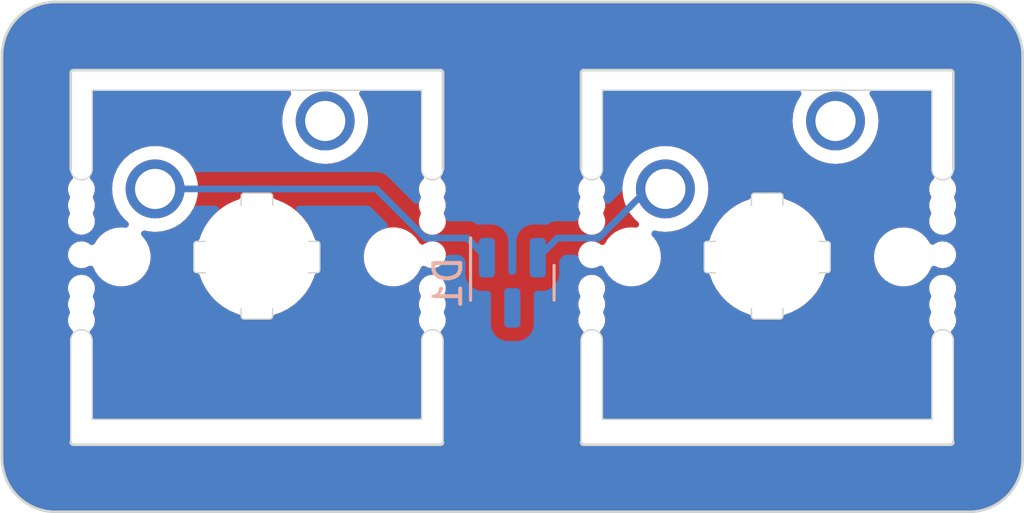
<source format=kicad_pcb>
(kicad_pcb (version 20221018) (generator pcbnew)
  (layers (0 "F.Cu" signal) (31 "B.Cu" signal) (34 "B.Paste" user) (35 "F.Paste" user) (36 "B.SilkS" user "B.Silkscreen") (37 "F.SilkS" user "F.Silkscreen") (38 "B.Mask" user) (39 "F.Mask" user) (44 "Edge.Cuts" user))
  (net 0 "")
  (net 1 "Net-(D1-A-Pad1)")
  (net 2 "Net-(D1-A-Pad2)")
  (footprint "custom-parts:MX_1U_test" (layer "F.Cu") (at 77.47 30.48)
    (fp_text reference "SW2" hide)
    (fp_text value "SW_Push")
    (fp_line (start -9.5 1.8) (end -9.5 -1.8) (stroke (width 0.1)) (layer "Edge.Cuts"))
    (fp_line (start -9.5 12) (end -9.5 8.2) (stroke (width 0.05)) (layer "Edge.Cuts"))
    (fp_line (start -9.4 -1.9) (end 4.3 -1.9) (stroke (width 0.1)) (layer "Edge.Cuts"))
    (fp_line (start -8.7 -1.15) (end 3.6 -1.15) (stroke (width 0.05)) (layer "Edge.Cuts"))
    (fp_line (start -8.7 1.8) (end -8.7 -1.15) (stroke (width 0.05)) (layer "Edge.Cuts"))
    (fp_line (start -8.7 11.15) (end -8.7 8.2) (stroke (width 0.05)) (layer "Edge.Cuts"))
    (fp_line (start -4.9 4.6) (end -4.9 5.57) (stroke (width 0.05)) (layer "Edge.Cuts"))
    (fp_line (start -4.8 5.67) (end -3.15 5.7) (stroke (width 0.05)) (layer "Edge.Cuts"))
    (fp_line (start -3.15 4.5) (end -4.8 4.5) (stroke (width 0.05)) (layer "Edge.Cuts"))
    (fp_line (start -3.135 2.8) (end -3.15 4.5) (stroke (width 0.05)) (layer "Edge.Cuts"))
    (fp_line (start -3.135 7.3) (end -3.15 5.7) (stroke (width 0.05)) (layer "Edge.Cuts"))
    (fp_line (start -3.035 2.7) (end -2.065 2.7) (stroke (width 0.05)) (layer "Edge.Cuts"))
    (fp_line (start -2.065 7.4) (end -3.035 7.4) (stroke (width 0.05)) (layer "Edge.Cuts"))
    (fp_line (start -1.965 2.8) (end -1.95 4.5) (stroke (width 0.05)) (layer "Edge.Cuts"))
    (fp_line (start -1.965 7.3) (end -1.95 5.7) (stroke (width 0.05)) (layer "Edge.Cuts"))
    (fp_line (start -0.3 4.5) (end -1.95 4.5) (stroke (width 0.05)) (layer "Edge.Cuts"))
    (fp_line (start -0.3 5.67) (end -1.95 5.7) (stroke (width 0.05)) (layer "Edge.Cuts"))
    (fp_line (start -0.2 5.57) (end -0.2 4.6) (stroke (width 0.05)) (layer "Edge.Cuts"))
    (fp_line (start 3.6 1.8) (end 3.6 -1.15) (stroke (width 0.05)) (layer "Edge.Cuts"))
    (fp_line (start 3.6 11.15) (end -8.7 11.15) (stroke (width 0.05)) (layer "Edge.Cuts"))
    (fp_line (start 3.6 11.15) (end 3.6 8.2) (stroke (width 0.05)) (layer "Edge.Cuts"))
    (fp_line (start 4.3 12.1) (end -9.4 12.1) (stroke (width 0.1)) (layer "Edge.Cuts"))
    (fp_line (start 4.4 -1.8) (end 4.4 1.8) (stroke (width 0.1)) (layer "Edge.Cuts"))
    (fp_line (start 4.4 8.2) (end 4.4 12) (stroke (width 0.05)) (layer "Edge.Cuts"))
    (fp_arc (start -9.5 -1.8) (mid -9.470711 -1.870711) (end -9.4 -1.9) (stroke (width 0.1)) (layer "Edge.Cuts"))
    (fp_arc (start -9.5 8.2) (mid -9.1 7.8) (end -8.7 8.2) (stroke (width 0.05)) (layer "Edge.Cuts"))
    (fp_arc (start -9.4 12.1) (mid -9.470711 12.070711) (end -9.5 12) (stroke (width 0.1)) (layer "Edge.Cuts"))
    (fp_arc (start -8.7 1.8) (mid -9.1 2.2) (end -9.5 1.8) (stroke (width 0.05)) (layer "Edge.Cuts"))
    (fp_arc (start -4.9 4.6) (mid -4.870711 4.529289) (end -4.8 4.5) (stroke (width 0.05)) (layer "Edge.Cuts"))
    (fp_arc (start -4.8 5.67) (mid -4.870711 5.640711) (end -4.9 5.57) (stroke (width 0.05)) (layer "Edge.Cuts"))
    (fp_arc (start -3.135 2.8) (mid -3.105711 2.729289) (end -3.035 2.7) (stroke (width 0.05)) (layer "Edge.Cuts"))
    (fp_arc (start -3.035 7.4) (mid -3.105711 7.370711) (end -3.135 7.3) (stroke (width 0.05)) (layer "Edge.Cuts"))
    (fp_arc (start -2.065 2.7) (mid -1.994289 2.729289) (end -1.965 2.8) (stroke (width 0.05)) (layer "Edge.Cuts"))
    (fp_arc (start -1.965 7.3) (mid -1.994289 7.370711) (end -2.065 7.4) (stroke (width 0.05)) (layer "Edge.Cuts"))
    (fp_arc (start -0.3 4.5) (mid -0.229289 4.529289) (end -0.2 4.6) (stroke (width 0.05)) (layer "Edge.Cuts"))
    (fp_arc (start -0.2 5.57) (mid -0.229289 5.640711) (end -0.3 5.67) (stroke (width 0.05)) (layer "Edge.Cuts"))
    (fp_arc (start 3.6 8.2) (mid 4 7.8) (end 4.4 8.2) (stroke (width 0.05)) (layer "Edge.Cuts"))
    (fp_arc (start 4.3 -1.9) (mid 4.370711 -1.870711) (end 4.4 -1.8) (stroke (width 0.1)) (layer "Edge.Cuts"))
    (fp_arc (start 4.4 1.8) (mid 4 2.2) (end 3.6 1.8) (stroke (width 0.05)) (layer "Edge.Cuts"))
    (fp_arc (start 4.4 12) (mid 4.370711 12.070711) (end 4.3 12.1) (stroke (width 0.1)) (layer "Edge.Cuts"))
    (pad "" np_thru_hole circle (at -9.1 2.55) (size 0.5 0.5) (drill 0.5) (layers "F&B.Cu" "*.Mask"))
    (pad "" np_thru_hole circle (at -9.1 3.15) (size 0.5 0.5) (drill 0.5) (layers "F&B.Cu" "*.Mask"))
    (pad "" np_thru_hole circle (at -9.1 3.75) (size 0.5 0.5) (drill 0.5) (layers "F&B.Cu" "*.Mask"))
    (pad "" np_thru_hole circle (at -9.1 5) (size 0.5 0.5) (drill 0.5) (layers "F&B.Cu" "*.Mask"))
    (pad "" np_thru_hole circle (at -9.1 6.25) (size 0.5 0.5) (drill 0.5) (layers "F&B.Cu" "*.Mask"))
    (pad "" np_thru_hole circle (at -9.1 6.85) (size 0.5 0.5) (drill 0.5) (layers "F&B.Cu" "*.Mask"))
    (pad "" np_thru_hole circle (at -9.1 7.45) (size 0.5 0.5) (drill 0.5) (layers "F&B.Cu" "*.Mask"))
    (pad "" np_thru_hole circle (at -7.62 5.08) (size 1.7 1.7) (drill 1.7) (layers "*.Cu" "*.Mask"))
    (pad "" np_thru_hole circle (at -2.54 5.08) (size 4 4) (drill 4) (layers "*.Cu" "*.Mask"))
    (pad "" np_thru_hole circle (at 2.54 5.08) (size 1.7 1.7) (drill 1.7) (layers "*.Cu" "*.Mask"))
    (pad "" np_thru_hole circle (at 4 2.55) (size 0.5 0.5) (drill 0.5) (layers "F&B.Cu" "*.Mask"))
    (pad "" np_thru_hole circle (at 4 3.15) (size 0.5 0.5) (drill 0.5) (layers "F&B.Cu" "*.Mask"))
    (pad "" np_thru_hole circle (at 4 3.75) (size 0.5 0.5) (drill 0.5) (layers "F&B.Cu" "*.Mask"))
    (pad "" np_thru_hole circle (at 4 5) (size 0.5 0.5) (drill 0.5) (layers "F&B.Cu" "*.Mask"))
    (pad "" np_thru_hole circle (at 4 6.25) (size 0.5 0.5) (drill 0.5) (layers "F&B.Cu" "*.Mask"))
    (pad "" np_thru_hole circle (at 4 6.85) (size 0.5 0.5) (drill 0.5) (layers "F&B.Cu" "*.Mask"))
    (pad "" np_thru_hole circle (at 4 7.45) (size 0.5 0.5) (drill 0.5) (layers "F&B.Cu" "*.Mask"))
    (pad "1" thru_hole circle (at 0 0) (size 2.2 2.2) (drill 1.5) (layers "*.Cu" "*.Mask"))
    (pad "2" thru_hole circle (at -6.35 2.54) (size 2.2 2.2) (drill 1.5) (layers "*.Cu" "*.Mask") (net 2 "Net-(D1-A-Pad2)"))
  )
  (footprint "custom-parts:MX_1U_test" (layer "F.Cu") (at 58.42 30.48)
    (fp_text reference "SW1" hide)
    (fp_text value "SW_Push")
    (fp_line (start -9.5 1.8) (end -9.5 -1.8) (stroke (width 0.1)) (layer "Edge.Cuts"))
    (fp_line (start -9.5 12) (end -9.5 8.2) (stroke (width 0.05)) (layer "Edge.Cuts"))
    (fp_line (start -9.4 -1.9) (end 4.3 -1.9) (stroke (width 0.1)) (layer "Edge.Cuts"))
    (fp_line (start -8.7 -1.15) (end 3.6 -1.15) (stroke (width 0.05)) (layer "Edge.Cuts"))
    (fp_line (start -8.7 1.8) (end -8.7 -1.15) (stroke (width 0.05)) (layer "Edge.Cuts"))
    (fp_line (start -8.7 11.15) (end -8.7 8.2) (stroke (width 0.05)) (layer "Edge.Cuts"))
    (fp_line (start -4.9 4.6) (end -4.9 5.57) (stroke (width 0.05)) (layer "Edge.Cuts"))
    (fp_line (start -4.8 5.67) (end -3.15 5.7) (stroke (width 0.05)) (layer "Edge.Cuts"))
    (fp_line (start -3.15 4.5) (end -4.8 4.5) (stroke (width 0.05)) (layer "Edge.Cuts"))
    (fp_line (start -3.135 2.8) (end -3.15 4.5) (stroke (width 0.05)) (layer "Edge.Cuts"))
    (fp_line (start -3.135 7.3) (end -3.15 5.7) (stroke (width 0.05)) (layer "Edge.Cuts"))
    (fp_line (start -3.035 2.7) (end -2.065 2.7) (stroke (width 0.05)) (layer "Edge.Cuts"))
    (fp_line (start -2.065 7.4) (end -3.035 7.4) (stroke (width 0.05)) (layer "Edge.Cuts"))
    (fp_line (start -1.965 2.8) (end -1.95 4.5) (stroke (width 0.05)) (layer "Edge.Cuts"))
    (fp_line (start -1.965 7.3) (end -1.95 5.7) (stroke (width 0.05)) (layer "Edge.Cuts"))
    (fp_line (start -0.3 4.5) (end -1.95 4.5) (stroke (width 0.05)) (layer "Edge.Cuts"))
    (fp_line (start -0.3 5.67) (end -1.95 5.7) (stroke (width 0.05)) (layer "Edge.Cuts"))
    (fp_line (start -0.2 5.57) (end -0.2 4.6) (stroke (width 0.05)) (layer "Edge.Cuts"))
    (fp_line (start 3.6 1.8) (end 3.6 -1.15) (stroke (width 0.05)) (layer "Edge.Cuts"))
    (fp_line (start 3.6 11.15) (end -8.7 11.15) (stroke (width 0.05)) (layer "Edge.Cuts"))
    (fp_line (start 3.6 11.15) (end 3.6 8.2) (stroke (width 0.05)) (layer "Edge.Cuts"))
    (fp_line (start 4.3 12.1) (end -9.4 12.1) (stroke (width 0.1)) (layer "Edge.Cuts"))
    (fp_line (start 4.4 -1.8) (end 4.4 1.8) (stroke (width 0.1)) (layer "Edge.Cuts"))
    (fp_line (start 4.4 8.2) (end 4.4 12) (stroke (width 0.05)) (layer "Edge.Cuts"))
    (fp_arc (start -9.5 -1.8) (mid -9.470711 -1.870711) (end -9.4 -1.9) (stroke (width 0.1)) (layer "Edge.Cuts"))
    (fp_arc (start -9.5 8.2) (mid -9.1 7.8) (end -8.7 8.2) (stroke (width 0.05)) (layer "Edge.Cuts"))
    (fp_arc (start -9.4 12.1) (mid -9.470711 12.070711) (end -9.5 12) (stroke (width 0.1)) (layer "Edge.Cuts"))
    (fp_arc (start -8.7 1.8) (mid -9.1 2.2) (end -9.5 1.8) (stroke (width 0.05)) (layer "Edge.Cuts"))
    (fp_arc (start -4.9 4.6) (mid -4.870711 4.529289) (end -4.8 4.5) (stroke (width 0.05)) (layer "Edge.Cuts"))
    (fp_arc (start -4.8 5.67) (mid -4.870711 5.640711) (end -4.9 5.57) (stroke (width 0.05)) (layer "Edge.Cuts"))
    (fp_arc (start -3.135 2.8) (mid -3.105711 2.729289) (end -3.035 2.7) (stroke (width 0.05)) (layer "Edge.Cuts"))
    (fp_arc (start -3.035 7.4) (mid -3.105711 7.370711) (end -3.135 7.3) (stroke (width 0.05)) (layer "Edge.Cuts"))
    (fp_arc (start -2.065 2.7) (mid -1.994289 2.729289) (end -1.965 2.8) (stroke (width 0.05)) (layer "Edge.Cuts"))
    (fp_arc (start -1.965 7.3) (mid -1.994289 7.370711) (end -2.065 7.4) (stroke (width 0.05)) (layer "Edge.Cuts"))
    (fp_arc (start -0.3 4.5) (mid -0.229289 4.529289) (end -0.2 4.6) (stroke (width 0.05)) (layer "Edge.Cuts"))
    (fp_arc (start -0.2 5.57) (mid -0.229289 5.640711) (end -0.3 5.67) (stroke (width 0.05)) (layer "Edge.Cuts"))
    (fp_arc (start 3.6 8.2) (mid 4 7.8) (end 4.4 8.2) (stroke (width 0.05)) (layer "Edge.Cuts"))
    (fp_arc (start 4.3 -1.9) (mid 4.370711 -1.870711) (end 4.4 -1.8) (stroke (width 0.1)) (layer "Edge.Cuts"))
    (fp_arc (start 4.4 1.8) (mid 4 2.2) (end 3.6 1.8) (stroke (width 0.05)) (layer "Edge.Cuts"))
    (fp_arc (start 4.4 12) (mid 4.370711 12.070711) (end 4.3 12.1) (stroke (width 0.1)) (layer "Edge.Cuts"))
    (pad "" np_thru_hole circle (at -9.1 2.55) (size 0.5 0.5) (drill 0.5) (layers "F&B.Cu" "*.Mask"))
    (pad "" np_thru_hole circle (at -9.1 3.15) (size 0.5 0.5) (drill 0.5) (layers "F&B.Cu" "*.Mask"))
    (pad "" np_thru_hole circle (at -9.1 3.75) (size 0.5 0.5) (drill 0.5) (layers "F&B.Cu" "*.Mask"))
    (pad "" np_thru_hole circle (at -9.1 5) (size 0.5 0.5) (drill 0.5) (layers "F&B.Cu" "*.Mask"))
    (pad "" np_thru_hole circle (at -9.1 6.25) (size 0.5 0.5) (drill 0.5) (layers "F&B.Cu" "*.Mask"))
    (pad "" np_thru_hole circle (at -9.1 6.85) (size 0.5 0.5) (drill 0.5) (layers "F&B.Cu" "*.Mask"))
    (pad "" np_thru_hole circle (at -9.1 7.45) (size 0.5 0.5) (drill 0.5) (layers "F&B.Cu" "*.Mask"))
    (pad "" np_thru_hole circle (at -7.62 5.08) (size 1.7 1.7) (drill 1.7) (layers "*.Cu" "*.Mask"))
    (pad "" np_thru_hole circle (at -2.54 5.08) (size 4 4) (drill 4) (layers "*.Cu" "*.Mask"))
    (pad "" np_thru_hole circle (at 2.54 5.08) (size 1.7 1.7) (drill 1.7) (layers "*.Cu" "*.Mask"))
    (pad "" np_thru_hole circle (at 4 2.55) (size 0.5 0.5) (drill 0.5) (layers "F&B.Cu" "*.Mask"))
    (pad "" np_thru_hole circle (at 4 3.15) (size 0.5 0.5) (drill 0.5) (layers "F&B.Cu" "*.Mask"))
    (pad "" np_thru_hole circle (at 4 3.75) (size 0.5 0.5) (drill 0.5) (layers "F&B.Cu" "*.Mask"))
    (pad "" np_thru_hole circle (at 4 5) (size 0.5 0.5) (drill 0.5) (layers "F&B.Cu" "*.Mask"))
    (pad "" np_thru_hole circle (at 4 6.25) (size 0.5 0.5) (drill 0.5) (layers "F&B.Cu" "*.Mask"))
    (pad "" np_thru_hole circle (at 4 6.85) (size 0.5 0.5) (drill 0.5) (layers "F&B.Cu" "*.Mask"))
    (pad "" np_thru_hole circle (at 4 7.45) (size 0.5 0.5) (drill 0.5) (layers "F&B.Cu" "*.Mask"))
    (pad "1" thru_hole circle (at 0 0) (size 2.2 2.2) (drill 1.5) (layers "*.Cu" "*.Mask"))
    (pad "2" thru_hole circle (at -6.35 2.54) (size 2.2 2.2) (drill 1.5) (layers "*.Cu" "*.Mask") (net 1 "Net-(D1-A-Pad1)"))
  )
  (footprint "Package_TO_SOT_SMD:SOT-23" (layer "B.Cu") (at 65.405 36.5275 -90)
    (fp_text reference "D1" (at 0 2.4 90) (layer "B.SilkS") (effects (justify mirror)))
    (fp_text value "BAV70")
    (fp_line (start 0 -1.56) (end -0.65 -1.56) (stroke (width 0.12)) (layer "B.SilkS"))
    (fp_line (start 0 -1.56) (end 0.65 -1.56) (stroke (width 0.12)) (layer "B.SilkS"))
    (fp_line (start 0 1.56) (end -1.675 1.56) (stroke (width 0.12)) (layer "B.SilkS"))
    (fp_line (start 0 1.56) (end 0.65 1.56) (stroke (width 0.12)) (layer "B.SilkS"))
    (pad "1" smd roundrect (at -0.9375 0.95 270) (size 1.475 0.6) (layers "B.Cu" "B.Paste" "B.Mask") (net 1 "Net-(D1-A-Pad1)"))
    (pad "2" smd roundrect (at -0.9375 -0.95 270) (size 1.475 0.6) (layers "B.Cu" "B.Paste" "B.Mask") (net 2 "Net-(D1-A-Pad2)"))
    (pad "3" smd roundrect (at 0.9375 0 270) (size 1.475 0.6) (layers "B.Cu" "B.Paste" "B.Mask"))
  )
  (gr_line (start 82.455 45.085) (end 48.355 45.085) (stroke (width 0.1)) (layer "Edge.Cuts"))
  (gr_line (start 46.355 43.085) (end 46.355 28.035) (stroke (width 0.1)) (layer "Edge.Cuts"))
  (gr_arc (start 82.455 26.035) (mid 83.869214 26.620786) (end 84.455 28.035) (stroke (width 0.1)) (layer "Edge.Cuts"))
  (gr_arc (start 84.455 43.085) (mid 83.869214 44.499214) (end 82.455 45.085) (stroke (width 0.1)) (layer "Edge.Cuts"))
  (gr_arc (start 48.355 45.085) (mid 46.940786 44.499214) (end 46.355 43.085) (stroke (width 0.1)) (layer "Edge.Cuts"))
  (gr_arc (start 46.355 28.035) (mid 46.940786 26.620786) (end 48.355 26.035) (stroke (width 0.1)) (layer "Edge.Cuts"))
  (gr_line (start 84.455 28.035) (end 84.455 43.085) (stroke (width 0.1)) (layer "Edge.Cuts"))
  (gr_line (start 48.355 26.035) (end 82.455 26.035) (stroke (width 0.1)) (layer "Edge.Cuts"))
  (segment (start 62.161117 34.855) (end 63.72 34.855) (width 0.25) (layer "B.Cu") (net 1))
  (segment (start 52.07 33.02) (end 60.326117 33.02) (width 0.25) (layer "B.Cu") (net 1))
  (segment (start 63.72 34.855) (end 64.455 35.59) (width 0.25) (layer "B.Cu") (net 1))
  (segment (start 60.326117 33.02) (end 62.161117 34.855) (width 0.25) (layer "B.Cu") (net 1))
  (segment (start 70.463883 33.02) (end 68.628883 34.855) (width 0.25) (layer "B.Cu") (net 2))
  (segment (start 68.628883 34.855) (end 67.09 34.855) (width 0.25) (layer "B.Cu") (net 2))
  (segment (start 67.09 34.855) (end 66.355 35.59) (width 0.25) (layer "B.Cu") (net 2))
  (segment (start 71.12 33.02) (end 70.463883 33.02) (width 0.25) (layer "B.Cu") (net 2))
  (zone (net 0) (net_name "") (layers "F&B.Cu") (connect_pads (clearance 0.5)) (min_thickness 0.25) (fill yes (thermal_gap 0.5) (thermal_bridge_width 0.5) (island_removal_mode 1) (island_area_min 10))
    (polygon (pts (xy 84.455 26.035) (xy 84.455 45.085) (xy 46.355 45.085) (xy 46.355 26.035)))
  )
)
</source>
